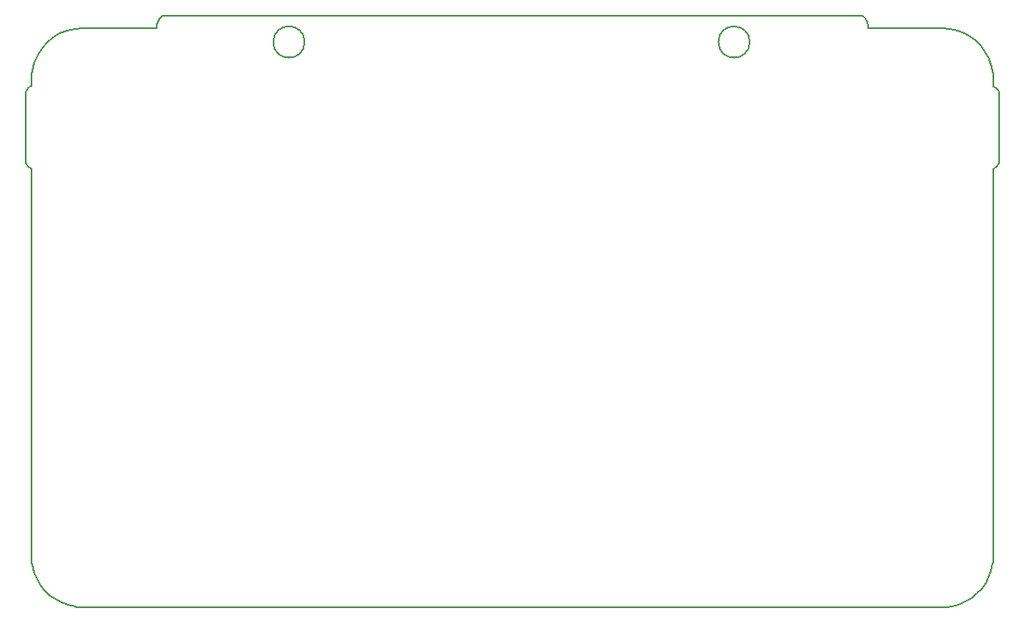
<source format=gm1>
G04 #@! TF.GenerationSoftware,KiCad,Pcbnew,(5.1.0)-1*
G04 #@! TF.CreationDate,2019-05-19T22:51:14-06:00*
G04 #@! TF.ProjectId,laser-theremin,6c617365-722d-4746-9865-72656d696e2e,rev?*
G04 #@! TF.SameCoordinates,Original*
G04 #@! TF.FileFunction,Profile,NP*
%FSLAX46Y46*%
G04 Gerber Fmt 4.6, Leading zero omitted, Abs format (unit mm)*
G04 Created by KiCad (PCBNEW (5.1.0)-1) date 2019-05-19 22:51:14*
%MOMM*%
%LPD*%
G04 APERTURE LIST*
%ADD10C,0.150000*%
%ADD11C,0.200000*%
G04 APERTURE END LIST*
D10*
X171360000Y-65270000D02*
G75*
G03X171360000Y-65270000I-1600000J0D01*
G01*
X125910000Y-65270000D02*
G75*
G03X125910000Y-65270000I-1600000J0D01*
G01*
D11*
X196149489Y-68185808D02*
X196136510Y-68132693D01*
X195897743Y-67264824D02*
X195850187Y-67139795D01*
X196123640Y-68079524D02*
X196110817Y-68026327D01*
X196228312Y-68502952D02*
X196227009Y-68492162D01*
X196230000Y-69152768D02*
X196230000Y-68998460D01*
X196225342Y-68481424D02*
X196223314Y-68470745D01*
X196230000Y-69615692D02*
X196230000Y-69461384D01*
X186301690Y-63868256D02*
X185357255Y-63867877D01*
X196230000Y-68689843D02*
X196230000Y-68535535D01*
X189134993Y-63869392D02*
X188190559Y-63869013D01*
X194971557Y-65673337D02*
X194461701Y-65137519D01*
X183468386Y-63867120D02*
X183468752Y-63859457D01*
X196230000Y-68535535D02*
X196229812Y-68524647D01*
X183468752Y-63859457D02*
X183469259Y-63851801D01*
X184412821Y-63867498D02*
X183468386Y-63867120D01*
X196230000Y-68844151D02*
X196230000Y-68689843D01*
X196048689Y-67772823D02*
X196015384Y-67645387D01*
X196230000Y-69770000D02*
X196230000Y-69615692D01*
X185357255Y-63867877D02*
X184412821Y-63867498D01*
X191023863Y-63870150D02*
X190079428Y-63869771D01*
X193258158Y-64344098D02*
X192568551Y-64089247D01*
X187246124Y-63868635D02*
X186301690Y-63868256D01*
X188190559Y-63869013D02*
X187246124Y-63868635D01*
X190079428Y-63869771D02*
X189134993Y-63869392D01*
X191823106Y-63930806D02*
X191023863Y-63870150D01*
X196080256Y-67899927D02*
X196048689Y-67772823D01*
X195850187Y-67139795D02*
X195797243Y-67016301D01*
X196015384Y-67645387D02*
X195979611Y-67517993D01*
X196110817Y-68026327D02*
X196080256Y-67899927D01*
X196223314Y-68470745D02*
X196220929Y-68460136D01*
X193889888Y-64693981D02*
X193258158Y-64344098D01*
X192568551Y-64089247D02*
X191823106Y-63930806D01*
X195797243Y-67016301D02*
X195417418Y-66300056D01*
X195979611Y-67517993D02*
X195940641Y-67391014D01*
X196227009Y-68492162D02*
X196225342Y-68481424D01*
X196230000Y-69461384D02*
X196230000Y-69307076D01*
X196189701Y-68344551D02*
X196176023Y-68291764D01*
X196229248Y-68513783D02*
X196228312Y-68502952D01*
X194461701Y-65137519D02*
X193889888Y-64693981D01*
X195417418Y-66300056D02*
X194971557Y-65673337D01*
X196229812Y-68524647D02*
X196229248Y-68513783D01*
X196162639Y-68238840D02*
X196149489Y-68185808D01*
X196176023Y-68291764D02*
X196162639Y-68238840D01*
X196136510Y-68132693D02*
X196123640Y-68079524D01*
X196230000Y-69307076D02*
X196230000Y-69152768D01*
X196218191Y-68449605D02*
X196203737Y-68397174D01*
X196230000Y-68998460D02*
X196230000Y-68844151D01*
X195940641Y-67391014D02*
X195897743Y-67264824D01*
X196203737Y-68397174D02*
X196189701Y-68344551D01*
X196220929Y-68460136D02*
X196218191Y-68449605D01*
X196788307Y-77628269D02*
X196821469Y-77487625D01*
X196230000Y-108322835D02*
X196230000Y-103306614D01*
X196230000Y-113339055D02*
X196230000Y-108322835D01*
X196210990Y-118463638D02*
X196216753Y-118446144D01*
X196216753Y-118446144D02*
X196221493Y-118428368D01*
X196832908Y-74833239D02*
X196832908Y-73997753D01*
X196473013Y-78084550D02*
X196575773Y-77989768D01*
X196230000Y-93274171D02*
X196230000Y-88257949D01*
X196229463Y-118373763D02*
X196230000Y-118355277D01*
X196193086Y-118503979D02*
X196195253Y-118499862D01*
X196832908Y-76504209D02*
X196832908Y-75668724D01*
X196735150Y-77759956D02*
X196788307Y-77628269D01*
X196225198Y-118410351D02*
X196227859Y-118392135D01*
X196204214Y-118480809D02*
X196210990Y-118463638D01*
X196663729Y-70114494D02*
X196575773Y-70005739D01*
X196575773Y-70005739D02*
X196473013Y-69910957D01*
X196832908Y-75668724D02*
X196832908Y-74833239D01*
X196227859Y-118392135D02*
X196229463Y-118373763D01*
X196735150Y-70235551D02*
X196663729Y-70114494D01*
X196788307Y-70367237D02*
X196735150Y-70235551D01*
X196832908Y-72326783D02*
X196832908Y-71491297D01*
X196821469Y-70507882D02*
X196788307Y-70367237D01*
X196832908Y-70655812D02*
X196821469Y-70507882D01*
X196832908Y-71491297D02*
X196832908Y-70655812D01*
X196832908Y-73162268D02*
X196832908Y-72326783D01*
X196832908Y-77339695D02*
X196832908Y-76504209D01*
X196663729Y-77881013D02*
X196735150Y-77759956D01*
X196575773Y-77989768D02*
X196663729Y-77881013D01*
X196357179Y-78163687D02*
X196473013Y-78084550D01*
X196190263Y-118509341D02*
X196193086Y-118503979D01*
X196230000Y-78225507D02*
X196357179Y-78163687D01*
X196230000Y-83241728D02*
X196230000Y-78225507D01*
X196230000Y-88257949D02*
X196230000Y-83241728D01*
X196187113Y-118515327D02*
X196190263Y-118509341D01*
X196183963Y-118521312D02*
X196187113Y-118515327D01*
X196230000Y-118355277D02*
X196230000Y-113339055D01*
X196230000Y-98290392D02*
X196230000Y-93274171D01*
X196221493Y-118428368D02*
X196225198Y-118410351D01*
X196181140Y-118526675D02*
X196183963Y-118521312D01*
X196195253Y-118499862D02*
X196196436Y-118497613D01*
X196230000Y-103306614D02*
X196230000Y-98290392D01*
X196196436Y-118497613D02*
X196204214Y-118480809D01*
X196832908Y-73997753D02*
X196832908Y-73162268D01*
X196821469Y-77487625D02*
X196832908Y-77339695D01*
X102592554Y-123007610D02*
X102606658Y-123012861D01*
X102679938Y-123028718D02*
X102694955Y-123029785D01*
X102586455Y-123005046D02*
X102592554Y-123007610D01*
X191574096Y-123029585D02*
X191583540Y-123028887D01*
X136026944Y-123030141D02*
X147132581Y-123030141D01*
X191859564Y-122969231D02*
X191898063Y-122960979D01*
X191592954Y-123027907D02*
X191602331Y-123026643D01*
X102710028Y-123030141D02*
X113815667Y-123030141D01*
X196178973Y-118530792D02*
X196181140Y-118526675D01*
X194024080Y-122074327D02*
X194575991Y-121640561D01*
X169343859Y-123030141D02*
X180449497Y-123030141D01*
X196177790Y-118533041D02*
X196178973Y-118530792D01*
X196172830Y-118542153D02*
X196173382Y-118541240D01*
X192407621Y-122842424D02*
X192502263Y-122815290D01*
X102635501Y-123021294D02*
X102650184Y-123024469D01*
X180449497Y-123030141D02*
X191555136Y-123030141D01*
X196173382Y-118541240D02*
X196174041Y-118540092D01*
X195767821Y-119966112D02*
X196009214Y-119285060D01*
X158238220Y-123030141D02*
X169343859Y-123030141D01*
X102694955Y-123029785D02*
X102710028Y-123030141D01*
X102606658Y-123012861D02*
X102620983Y-123017424D01*
X102574257Y-122999918D02*
X102580356Y-123002482D01*
X196176682Y-118535184D02*
X196177790Y-118533041D01*
X196175690Y-118537069D02*
X196176682Y-118535184D01*
X192029928Y-122932679D02*
X192123863Y-122912024D01*
X196174810Y-118538704D02*
X196175690Y-118537069D01*
X195448236Y-120586009D02*
X195767821Y-119966112D01*
X193395478Y-122445160D02*
X194024080Y-122074327D01*
X196174041Y-118540092D02*
X196174810Y-118538704D01*
X196172383Y-118542837D02*
X196172830Y-118542153D01*
X196172040Y-118543297D02*
X196172383Y-118542837D01*
X102650184Y-123024469D02*
X102665006Y-123026945D01*
X191936615Y-122952758D02*
X192029928Y-122932679D01*
X102620983Y-123017424D02*
X102635501Y-123021294D01*
X196009214Y-119285060D02*
X196172040Y-118543297D01*
X191602331Y-123026643D02*
X191611666Y-123025093D01*
X195050834Y-121144307D02*
X195448236Y-120586009D01*
X194575991Y-121640561D02*
X195050834Y-121144307D01*
X192123863Y-122912024D02*
X192218243Y-122890374D01*
X191898063Y-122960979D02*
X191936615Y-122952758D01*
X192502263Y-122815290D02*
X192596636Y-122785493D01*
X102580356Y-123002482D02*
X102586455Y-123005046D01*
X192218243Y-122890374D02*
X192312888Y-122867313D01*
X191583540Y-123028887D02*
X191592954Y-123027907D01*
X113815667Y-123030141D02*
X124921305Y-123030141D01*
X102568158Y-122997354D02*
X102574257Y-122999918D01*
X191668180Y-123012040D02*
X191706278Y-123003169D01*
X191564626Y-123030002D02*
X191574096Y-123029585D01*
X102665006Y-123026945D02*
X102679938Y-123028718D01*
X192690560Y-122752617D02*
X193395478Y-122445160D01*
X191555136Y-123030141D02*
X191564626Y-123030002D01*
X102562059Y-122994790D02*
X102568158Y-122997354D01*
X192596636Y-122785493D02*
X192690560Y-122752617D01*
X192312888Y-122867313D02*
X192407621Y-122842424D01*
X191744475Y-122994483D02*
X191782761Y-122985952D01*
X191706278Y-123003169D02*
X191744475Y-122994483D01*
X124921305Y-123030141D02*
X136026944Y-123030141D01*
X191821127Y-122977545D02*
X191859564Y-122969231D01*
X191782761Y-122985952D02*
X191821127Y-122977545D01*
X147132581Y-123030141D02*
X158238220Y-123030141D01*
X191630189Y-123021129D02*
X191668180Y-123012040D01*
X191620954Y-123023256D02*
X191630189Y-123021129D01*
X191611666Y-123025093D02*
X191620954Y-123023256D01*
X102555960Y-122992226D02*
X102562059Y-122994790D01*
X98605254Y-120166658D02*
X98970595Y-120798444D01*
X97446118Y-77636331D02*
X97502533Y-77770981D01*
X98155022Y-118920359D02*
X98175828Y-119009693D01*
X97578200Y-77894131D02*
X97671208Y-78003991D01*
X98135081Y-118831510D02*
X98155022Y-118920359D01*
X98115655Y-118743282D02*
X98135081Y-118831510D01*
X98089927Y-118626316D02*
X98098569Y-118665301D01*
X98035164Y-113340359D02*
X98035164Y-118355277D01*
X98042302Y-118422422D02*
X98044487Y-118431883D01*
X98038805Y-118403383D02*
X98040408Y-118412921D01*
X98035746Y-118374589D02*
X98036475Y-118384214D01*
X98035164Y-98295607D02*
X98035164Y-103310525D01*
X98035164Y-93280690D02*
X98035164Y-98295607D01*
X98035164Y-78235937D02*
X98035164Y-83250855D01*
X97398692Y-76504209D02*
X97398692Y-77339695D01*
X97398692Y-73162268D02*
X97398692Y-73997753D01*
X98035164Y-83250855D02*
X98035164Y-88265772D01*
X97398692Y-72326783D02*
X97398692Y-73162268D01*
X97502533Y-77770981D02*
X97578200Y-77894131D01*
X100452633Y-122233577D02*
X101073357Y-122557194D01*
X97901602Y-78176685D02*
X98035164Y-78235937D01*
X97398692Y-74833239D02*
X97398692Y-75668724D01*
X97398692Y-77339695D02*
X97410867Y-77491973D01*
X97410867Y-77491973D02*
X97446118Y-77636331D01*
X102549861Y-122989662D02*
X102555960Y-122992226D01*
X102543762Y-122987098D02*
X102549861Y-122989662D01*
X98035164Y-118355277D02*
X98035309Y-118364942D01*
X102522785Y-122977717D02*
X102528045Y-122980043D01*
X101073357Y-122557194D02*
X101756455Y-122802754D01*
X99400664Y-121353796D02*
X99894873Y-121832309D01*
X98970595Y-120798444D02*
X99400664Y-121353796D01*
X98063233Y-118509514D02*
X98072290Y-118548412D01*
X98053976Y-118470668D02*
X98063233Y-118509514D01*
X98035164Y-88265772D02*
X98035164Y-93280690D01*
X98036475Y-118384214D02*
X98037494Y-118393813D01*
X102538523Y-122984783D02*
X102543762Y-122987098D01*
X102528045Y-122980043D02*
X102533288Y-122982415D01*
X102512165Y-122973398D02*
X102517495Y-122975485D01*
X97398692Y-75668724D02*
X97398692Y-76504209D01*
X98305229Y-119458846D02*
X98605254Y-120166658D01*
X99894873Y-121832309D02*
X100452633Y-122233577D01*
X98246982Y-119279234D02*
X98274789Y-119369139D01*
X98035164Y-108325443D02*
X98035164Y-113340359D01*
X97671208Y-78003991D02*
X97779646Y-78098773D01*
X98197855Y-119099374D02*
X98221456Y-119189267D01*
X98081178Y-118587350D02*
X98089927Y-118626316D01*
X98037494Y-118393813D02*
X98038805Y-118403383D01*
X98035309Y-118364942D02*
X98035746Y-118374589D01*
X97779646Y-78098773D02*
X97901602Y-78176685D01*
X102533288Y-122982415D02*
X102538523Y-122984783D01*
X102517495Y-122975485D02*
X102522785Y-122977717D01*
X98035164Y-103310525D02*
X98035164Y-108325443D01*
X102506784Y-122971503D02*
X102512165Y-122973398D01*
X102501341Y-122969850D02*
X102506784Y-122971503D01*
X101756455Y-122802754D02*
X102501341Y-122969850D01*
X98040408Y-118412921D02*
X98042302Y-118422422D01*
X98274789Y-119369139D02*
X98305229Y-119458846D01*
X98072290Y-118548412D02*
X98081178Y-118587350D01*
X98221456Y-119189267D02*
X98246982Y-119279234D01*
X98098569Y-118665301D02*
X98107135Y-118704293D01*
X98107135Y-118704293D02*
X98115655Y-118743282D01*
X98175828Y-119009693D02*
X98197855Y-119099374D01*
X98044487Y-118431883D02*
X98053976Y-118470668D01*
X97398692Y-73997753D02*
X97398692Y-74833239D01*
X97671208Y-69991515D02*
X97578200Y-70101376D01*
X97901602Y-69818822D02*
X97779646Y-69896734D01*
X110798844Y-63738441D02*
X110797511Y-63799330D01*
X108917004Y-63860671D02*
X107976311Y-63860671D01*
X98227651Y-67683889D02*
X98201761Y-67786453D01*
X109857697Y-63860671D02*
X108917004Y-63860671D01*
X110827802Y-63500047D02*
X110816867Y-63558806D01*
X110798390Y-63860671D02*
X109857697Y-63860671D01*
X98255392Y-67581166D02*
X98227651Y-67683889D01*
X100266601Y-64792050D02*
X99660321Y-65284869D01*
X100941226Y-64396129D02*
X100266601Y-64792050D01*
X98110379Y-68182908D02*
X98099957Y-68228621D01*
X107035618Y-63860671D02*
X106094925Y-63860671D01*
X97398692Y-71491297D02*
X97398692Y-72326783D01*
X110808447Y-63618146D02*
X110802464Y-63678035D01*
X98120724Y-68137176D02*
X98110379Y-68182908D01*
X99132617Y-65867492D02*
X98693721Y-66532827D01*
X97779646Y-69896734D02*
X97671208Y-69991515D01*
X98153869Y-67990401D02*
X98131038Y-68091435D01*
X98056595Y-68411112D02*
X98045108Y-68456598D01*
X98078702Y-68319958D02*
X98067778Y-68365562D01*
X103272845Y-63860671D02*
X102454580Y-63923346D01*
X98039094Y-68485903D02*
X98037689Y-68495775D01*
X97398692Y-70655812D02*
X97398692Y-71491297D01*
X98035164Y-69453561D02*
X98035164Y-69606565D01*
X101673963Y-64104196D02*
X100941226Y-64396129D01*
X98035164Y-68688540D02*
X98035164Y-68841544D01*
X110802464Y-63678035D02*
X110798844Y-63738441D01*
X98040801Y-68476077D02*
X98039094Y-68485903D01*
X105154231Y-63860671D02*
X104213538Y-63860671D01*
X97446118Y-70359175D02*
X97410867Y-70503534D01*
X97578200Y-70101376D02*
X97502533Y-70224526D01*
X98089414Y-68274308D02*
X98078702Y-68319958D01*
X99660321Y-65284869D02*
X99132617Y-65867492D01*
X98035323Y-68525572D02*
X98035164Y-68535535D01*
X98693721Y-66532827D02*
X98353865Y-67273780D01*
X98035800Y-68515619D02*
X98035323Y-68525572D01*
X97410867Y-70503534D02*
X97398692Y-70655812D01*
X97502533Y-70224526D02*
X97446118Y-70359175D01*
X107976311Y-63860671D02*
X107035618Y-63860671D01*
X98035164Y-69300557D02*
X98035164Y-69453561D01*
X98035164Y-68535535D02*
X98035164Y-68688540D01*
X98035164Y-69759570D02*
X97901602Y-69818822D01*
X98036589Y-68505683D02*
X98035800Y-68515619D01*
X98067778Y-68365562D02*
X98056595Y-68411112D01*
X98035164Y-69606565D02*
X98035164Y-69759570D01*
X98131038Y-68091435D02*
X98120724Y-68137176D01*
X98201761Y-67786453D02*
X98177305Y-67888682D01*
X98035164Y-68841544D02*
X98035164Y-68994548D01*
X98037689Y-68495775D02*
X98036589Y-68505683D01*
X98177305Y-67888682D02*
X98153869Y-67990401D01*
X98353865Y-67273780D02*
X98318084Y-67375936D01*
X98318084Y-67375936D02*
X98285397Y-67478456D01*
X98035164Y-69147552D02*
X98035164Y-69300557D01*
X106094925Y-63860671D02*
X105154231Y-63860671D01*
X98035164Y-68994548D02*
X98035164Y-69147552D01*
X98285397Y-67478456D02*
X98255392Y-67581166D01*
X110797511Y-63799330D02*
X110798390Y-63860671D01*
X98042807Y-68466306D02*
X98040801Y-68476077D01*
X104213538Y-63860671D02*
X103272845Y-63860671D01*
X98045108Y-68456598D02*
X98042807Y-68466306D01*
X98099957Y-68228621D02*
X98089414Y-68274308D01*
X102454580Y-63923346D02*
X101673963Y-64104196D01*
X110816867Y-63558806D02*
X110808447Y-63618146D01*
X111250464Y-62711998D02*
X111220969Y-62745210D01*
X111341201Y-62615562D02*
X111335335Y-62621680D01*
X120302070Y-62597207D02*
X111358799Y-62597207D01*
X182945892Y-62638404D02*
X182940046Y-62632519D01*
X165018424Y-62597207D02*
X156075153Y-62597207D01*
X129245341Y-62597207D02*
X120302070Y-62597207D01*
X183398370Y-63345037D02*
X183341278Y-63197706D01*
X182904967Y-62597207D02*
X173961695Y-62597207D01*
X183341278Y-63197706D02*
X183268009Y-63053841D01*
X182928353Y-62620748D02*
X182922506Y-62614863D01*
X182910813Y-62603092D02*
X182904967Y-62597207D01*
X110961680Y-63124381D02*
X110950282Y-63149613D01*
X156075153Y-62597207D02*
X147131882Y-62597207D01*
X110841326Y-63441903D02*
X110827802Y-63500047D01*
X110934869Y-63181123D02*
X110920557Y-63212018D01*
X111137147Y-62846248D02*
X111110711Y-62880462D01*
X182922506Y-62614863D02*
X182916660Y-62608977D01*
X110884177Y-63301006D02*
X110874217Y-63329429D01*
X111335335Y-62621680D02*
X111329469Y-62627799D01*
X183471855Y-63813991D02*
X183471979Y-63806596D01*
X183469259Y-63851801D02*
X183469847Y-63844162D01*
X110950282Y-63149613D02*
X110934869Y-63181123D01*
X111022930Y-63011328D02*
X111005290Y-63041327D01*
X111358799Y-62597207D02*
X111352933Y-62603325D01*
X183178623Y-62913568D02*
X183073179Y-62777009D01*
X183439224Y-63495712D02*
X183398370Y-63345037D01*
X138188612Y-62597207D02*
X129245341Y-62597207D01*
X182916660Y-62608977D02*
X182910813Y-62603092D01*
X110857515Y-63384405D02*
X110841326Y-63441903D01*
X110865332Y-63357229D02*
X110857515Y-63384405D01*
X110874217Y-63329429D02*
X110865332Y-63357229D01*
X182940046Y-62632519D02*
X182934199Y-62626633D01*
X183073179Y-62777009D02*
X182951739Y-62644289D01*
X110895217Y-63271962D02*
X110884177Y-63301006D01*
X110907341Y-63242299D02*
X110895217Y-63271962D01*
X110920557Y-63212018D02*
X110907341Y-63242299D01*
X111311872Y-62646154D02*
X111280760Y-62678986D01*
X111323603Y-62633917D02*
X111317737Y-62640036D01*
X110974654Y-63097895D02*
X110961680Y-63124381D01*
X110989194Y-63070196D02*
X110974654Y-63097895D01*
X111005290Y-63041327D02*
X110989194Y-63070196D01*
X111042102Y-62980242D02*
X111022930Y-63011328D01*
X111317737Y-62640036D02*
X111311872Y-62646154D01*
X111085004Y-62914976D02*
X111062798Y-62948111D01*
X183471522Y-63821455D02*
X183471855Y-63813991D01*
X111110711Y-62880462D02*
X111085004Y-62914976D01*
X111220969Y-62745210D02*
X111192261Y-62778642D01*
X111164325Y-62812315D02*
X111137147Y-62846248D01*
X111352933Y-62603325D02*
X111347067Y-62609443D01*
X183471037Y-63828979D02*
X183471522Y-63821455D01*
X183470459Y-63836552D02*
X183471037Y-63828979D01*
X147131882Y-62597207D02*
X138188612Y-62597207D01*
X173961695Y-62597207D02*
X165018424Y-62597207D01*
X183268009Y-63053841D02*
X183178623Y-62913568D01*
X183469847Y-63844162D02*
X183470459Y-63836552D01*
X183471979Y-63806596D02*
X183463781Y-63649606D01*
X111329469Y-62627799D02*
X111323603Y-62633917D01*
X182951739Y-62644289D02*
X182945892Y-62638404D01*
X111280760Y-62678986D02*
X111250464Y-62711998D01*
X182934199Y-62626633D02*
X182928353Y-62620748D01*
X183463781Y-63649606D02*
X183439224Y-63495712D01*
X111192261Y-62778642D02*
X111164325Y-62812315D01*
X111347067Y-62609443D02*
X111341201Y-62615562D01*
X111062798Y-62948111D02*
X111042102Y-62980242D01*
X196473013Y-69910957D02*
X196357179Y-69831820D01*
X196357179Y-69831820D02*
X196230000Y-69770000D01*
X196230000Y-69770000D02*
X196230000Y-69770000D01*
M02*

</source>
